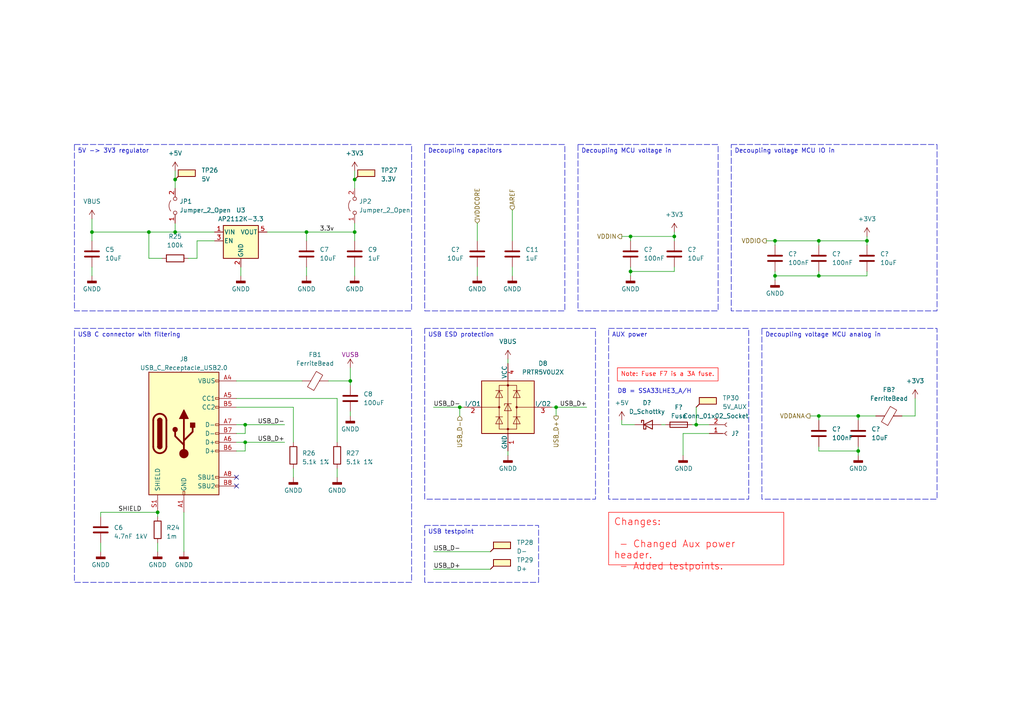
<source format=kicad_sch>
(kicad_sch (version 20230121) (generator eeschema)
  (paper "A4")
  (title_block (title "Led driver board BabySim") (date "9-12-2023") (rev "V3.0") (company "Health Concept Lab") (comment 1 "Author(s): Emiel Visser & Joris Bol"))
  (lib_symbols
    (symbol "Connector:Conn_01x02_Socket" (pin_names (offset 1.016) hide)
      (property "Reference" "J" (at 0 2.54 0))
      (property "Value" "Conn_01x02_Socket" (at 0 -5.08 0))
      (symbol "Conn_01x02_Socket_1_1"
        (arc (start 0 -2.032) (mid -0.5058 -2.54) (end 0 -3.048) (stroke (width 0.1524)))
        (polyline (pts (xy -1.27 -2.54) (xy -0.508 -2.54)) (stroke (width 0.1524)))
        (polyline (pts (xy -1.27 0) (xy -0.508 0)) (stroke (width 0.1524)))
        (arc (start 0 0.508) (mid -0.5058 0) (end 0 -0.508) (stroke (width 0.1524)))
        (pin passive line (at -5.08 0 0) (length 3.81) (name "Pin_1") (number "1"))
        (pin passive line (at -5.08 -2.54 0) (length 3.81) (name "Pin_2") (number "2"))
      )
    )
    (symbol "Connector:TestPoint_Flag" (pin_numbers hide) (pin_names (offset 0.762) hide)
      (property "Reference" "TP" (at 3.429 1.778 0))
      (property "Value" "TestPoint_Flag" (at 3.302 4.191 0))
      (symbol "TestPoint_Flag_0_1"
        (polyline (pts (xy 0 0) (xy 0.889 0.889)) (stroke (width 0.254)))
        (rectangle (start 0.889 2.794) (end 5.842 0.889) (stroke (width 0.254)) (fill (type background)))
      )
      (symbol "TestPoint_Flag_1_1"
        (pin passive line (at 0 0 90) (length 0) (name "1") (number "1"))
      )
    )
    (symbol "Connector:USB_C_Receptacle_USB2.0" (pin_names (offset 1.016))
      (property "Reference" "J" (at -10.16 19.05 0))
      (property "Value" "USB_C_Receptacle_USB2.0" (at 19.05 19.05 0))
      (symbol "USB_C_Receptacle_USB2.0_0_0"
        (rectangle (start -0.254 -17.78) (end 0.254 -16.764))
        (rectangle (start 10.16 -14.986) (end 9.144 -15.494))
        (rectangle (start 10.16 -12.446) (end 9.144 -12.954))
        (rectangle (start 10.16 -4.826) (end 9.144 -5.334))
        (rectangle (start 10.16 -2.286) (end 9.144 -2.794))
        (rectangle (start 10.16 0.254) (end 9.144 -0.254))
        (rectangle (start 10.16 2.794) (end 9.144 2.286))
        (rectangle (start 10.16 7.874) (end 9.144 7.366))
        (rectangle (start 10.16 10.414) (end 9.144 9.906))
        (rectangle (start 10.16 15.494) (end 9.144 14.986))
      )
      (symbol "USB_C_Receptacle_USB2.0_0_1"
        (rectangle (start -10.16 17.78) (end 10.16 -17.78) (stroke (width 0.254)) (fill (type background)))
        (arc (start -8.89 -3.81) (mid -6.985 -5.7067) (end -5.08 -3.81) (stroke (width 0.508)))
        (arc (start -7.62 -3.81) (mid -6.985 -4.4423) (end -6.35 -3.81) (stroke (width 0.254)))
        (arc (start -7.62 -3.81) (mid -6.985 -4.4423) (end -6.35 -3.81) (stroke (width 0.254)) (fill (type outline)))
        (rectangle (start -7.62 -3.81) (end -6.35 3.81) (stroke (width 0.254)) (fill (type outline)))
        (arc (start -6.35 3.81) (mid -6.985 4.4423) (end -7.62 3.81) (stroke (width 0.254)))
        (arc (start -6.35 3.81) (mid -6.985 4.4423) (end -7.62 3.81) (stroke (width 0.254)) (fill (type outline)))
        (arc (start -5.08 3.81) (mid -6.985 5.7067) (end -8.89 3.81) (stroke (width 0.508)))
        (circle (center -2.54 1.143) (radius 0.635) (stroke (width 0.254)) (fill (type outline)))
        (circle (center 0 -5.842) (radius 1.27) (fill (type outline)))
        (polyline (pts (xy -8.89 -3.81) (xy -8.89 3.81)) (stroke (width 0.508)))
        (polyline (pts (xy -5.08 3.81) (xy -5.08 -3.81)) (stroke (width 0.508)))
        (polyline (pts (xy 0 -5.842) (xy 0 4.318)) (stroke (width 0.508)))
        (polyline (pts (xy 0 -3.302) (xy -2.54 -0.762) (xy -2.54 0.508)) (stroke (width 0.508)))
        (polyline (pts (xy 0 -2.032) (xy 2.54 0.508) (xy 2.54 1.778)) (stroke (width 0.508)))
        (polyline (pts (xy -1.27 4.318) (xy 0 6.858) (xy 1.27 4.318) (xy -1.27 4.318)) (stroke (width 0.254)) (fill (type outline)))
        (rectangle (start 1.905 1.778) (end 3.175 3.048) (stroke (width 0.254)) (fill (type outline)))
      )
      (symbol "USB_C_Receptacle_USB2.0_1_1"
        (pin passive line (at 0 -22.86 90) (length 5.08) (name "GND") (number "A1"))
        (pin passive line (at 0 -22.86 90) (length 5.08) hide (name "GND") (number "A12"))
        (pin passive line (at 15.24 15.24 180) (length 5.08) (name "VBUS") (number "A4"))
        (pin bidirectional line (at 15.24 10.16 180) (length 5.08) (name "CC1") (number "A5"))
        (pin bidirectional line (at 15.24 -2.54 180) (length 5.08) (name "D+") (number "A6"))
        (pin bidirectional line (at 15.24 2.54 180) (length 5.08) (name "D-") (number "A7"))
        (pin bidirectional line (at 15.24 -12.7 180) (length 5.08) (name "SBU1") (number "A8"))
        (pin passive line (at 15.24 15.24 180) (length 5.08) hide (name "VBUS") (number "A9"))
        (pin passive line (at 0 -22.86 90) (length 5.08) hide (name "GND") (number "B1"))
        (pin passive line (at 0 -22.86 90) (length 5.08) hide (name "GND") (number "B12"))
        (pin passive line (at 15.24 15.24 180) (length 5.08) hide (name "VBUS") (number "B4"))
        (pin bidirectional line (at 15.24 7.62 180) (length 5.08) (name "CC2") (number "B5"))
        (pin bidirectional line (at 15.24 -5.08 180) (length 5.08) (name "D+") (number "B6"))
        (pin bidirectional line (at 15.24 0 180) (length 5.08) (name "D-") (number "B7"))
        (pin bidirectional line (at 15.24 -15.24 180) (length 5.08) (name "SBU2") (number "B8"))
        (pin passive line (at 15.24 15.24 180) (length 5.08) hide (name "VBUS") (number "B9"))
        (pin passive line (at -7.62 -22.86 90) (length 5.08) (name "SHIELD") (number "S1"))
      )
    )
    (symbol "Device:C" (pin_numbers hide) (pin_names (offset 0.254))
      (property "Reference" "C" (at 0.635 2.54 0))
      (property "Value" "C" (at 0.635 -2.54 0))
      (symbol "C_0_1"
        (polyline (pts (xy -2.032 -0.762) (xy 2.032 -0.762)) (stroke (width 0.508)))
        (polyline (pts (xy -2.032 0.762) (xy 2.032 0.762)) (stroke (width 0.508)))
      )
      (symbol "C_1_1"
        (pin passive line (at 0 3.81 270) (length 2.794) (name "~") (number "1"))
        (pin passive line (at 0 -3.81 90) (length 2.794) (name "~") (number "2"))
      )
    )
    (symbol "Device:D_Schottky" (pin_numbers hide) (pin_names (offset 1.016) hide)
      (property "Reference" "D" (at 0 2.54 0))
      (property "Value" "D_Schottky" (at 0 -2.54 0))
      (symbol "D_Schottky_0_1"
        (polyline (pts (xy 1.27 0) (xy -1.27 0)))
        (polyline (pts (xy 1.27 1.27) (xy 1.27 -1.27) (xy -1.27 0) (xy 1.27 1.27)) (stroke (width 0.254)))
        (polyline (pts (xy -1.905 0.635) (xy -1.905 1.27) (xy -1.27 1.27) (xy -1.27 -1.27) (xy -0.635 -1.27) (xy -0.635 -0.635)) (stroke (width 0.254)))
      )
      (symbol "D_Schottky_1_1"
        (pin passive line (at -3.81 0 0) (length 2.54) (name "K") (number "1"))
        (pin passive line (at 3.81 0 180) (length 2.54) (name "A") (number "2"))
      )
    )
    (symbol "Device:FerriteBead" (pin_numbers hide) (pin_names (offset 0))
      (property "Reference" "FB" (at -3.81 0.635 90))
      (property "Value" "FerriteBead" (at 3.81 0 90))
      (symbol "FerriteBead_0_1"
        (polyline (pts (xy 0 -1.27) (xy 0 -1.2192)))
        (polyline (pts (xy 0 1.27) (xy 0 1.2954)))
        (polyline (pts (xy -2.7686 0.4064) (xy -1.7018 2.2606) (xy 2.7686 -0.3048) (xy 1.6764 -2.159) (xy -2.7686 0.4064)))
      )
      (symbol "FerriteBead_1_1"
        (pin passive line (at 0 3.81 270) (length 2.54) (name "~") (number "1"))
        (pin passive line (at 0 -3.81 90) (length 2.54) (name "~") (number "2"))
      )
    )
    (symbol "Device:Fuse" (pin_numbers hide) (pin_names (offset 0))
      (property "Reference" "F" (at 2.032 0 90))
      (property "Value" "Fuse" (at -1.905 0 90))
      (symbol "Fuse_0_1"
        (rectangle (start -0.762 -2.54) (end 0.762 2.54) (stroke (width 0.254)))
        (polyline (pts (xy 0 2.54) (xy 0 -2.54)))
      )
      (symbol "Fuse_1_1"
        (pin passive line (at 0 3.81 270) (length 1.27) (name "~") (number "1"))
        (pin passive line (at 0 -3.81 90) (length 1.27) (name "~") (number "2"))
      )
    )
    (symbol "Device:R" (pin_numbers hide) (pin_names (offset 0))
      (property "Reference" "R" (at 2.032 0 90))
      (property "Value" "R" (at 0 0 90))
      (symbol "R_0_1"
        (rectangle (start -1.016 -2.54) (end 1.016 2.54) (stroke (width 0.254)))
      )
      (symbol "R_1_1"
        (pin passive line (at 0 3.81 270) (length 1.27) (name "~") (number "1"))
        (pin passive line (at 0 -3.81 90) (length 1.27) (name "~") (number "2"))
      )
    )
    (symbol "Jumper:Jumper_2_Open" (pin_names (offset 0) hide)
      (property "Reference" "JP" (at 0 2.794 0))
      (property "Value" "Jumper_2_Open" (at 0 -2.286 0))
      (symbol "Jumper_2_Open_0_0"
        (circle (center -2.032 0) (radius 0.508))
        (circle (center 2.032 0) (radius 0.508))
      )
      (symbol "Jumper_2_Open_0_1"
        (arc (start 1.524 1.27) (mid 0 1.778) (end -1.524 1.27))
      )
      (symbol "Jumper_2_Open_1_1"
        (pin passive line (at -5.08 0 0) (length 2.54) (name "A") (number "1"))
        (pin passive line (at 5.08 0 180) (length 2.54) (name "B") (number "2"))
      )
    )
    (symbol "Power_Protection:PRTR5V0U2X" (pin_names (offset 0))
      (property "Reference" "D" (at 2.794 8.636 0))
      (property "Value" "PRTR5V0U2X" (at 8.128 -9.398 0))
      (symbol "PRTR5V0U2X_0_1"
        (rectangle (start -7.62 -7.62) (end 7.62 7.62) (stroke (width 0.254)) (fill (type background)))
        (circle (center -2.54 0) (radius 0.254) (fill (type outline)))
        (rectangle (start -2.54 6.35) (end 2.54 -6.35))
        (circle (center 0 -6.35) (radius 0.254) (fill (type outline)))
        (polyline (pts (xy -2.54 0) (xy -7.62 0)))
        (polyline (pts (xy -1.524 -2.794) (xy -3.556 -2.794)))
        (polyline (pts (xy -1.524 4.826) (xy -3.556 4.826)))
        (polyline (pts (xy 0 -7.62) (xy 0 7.62)))
        (polyline (pts (xy 1.524 -2.794) (xy 3.556 -2.794)))
        (polyline (pts (xy 1.524 4.826) (xy 3.556 4.826)))
        (polyline (pts (xy 2.54 0) (xy 7.62 0)))
        (polyline (pts (xy 1.016 1.016) (xy -1.016 1.016) (xy -1.016 0.508)))
        (polyline (pts (xy -3.556 -4.826) (xy -1.524 -4.826) (xy -2.54 -2.794) (xy -3.556 -4.826)))
        (polyline (pts (xy -3.556 2.794) (xy -1.524 2.794) (xy -2.54 4.826) (xy -3.556 2.794)))
        (polyline (pts (xy -1.016 -1.016) (xy 1.016 -1.016) (xy 0 1.016) (xy -1.016 -1.016)))
        (polyline (pts (xy 3.556 -4.826) (xy 1.524 -4.826) (xy 2.54 -2.794) (xy 3.556 -4.826)))
        (polyline (pts (xy 3.556 2.794) (xy 1.524 2.794) (xy 2.54 4.826) (xy 3.556 2.794)))
        (circle (center 0 6.35) (radius 0.254) (fill (type outline)))
        (circle (center 2.54 0) (radius 0.254) (fill (type outline)))
      )
      (symbol "PRTR5V0U2X_1_1"
        (pin passive line (at 0 -12.7 90) (length 5.08) (name "GND") (number "1"))
        (pin passive line (at -12.7 0 0) (length 5.08) (name "I/O1") (number "2"))
        (pin passive line (at 12.7 0 180) (length 5.08) (name "I/O2") (number "3"))
        (pin passive line (at 0 12.7 270) (length 5.08) (name "VCC") (number "4"))
      )
    )
    (symbol "Regulator_Linear:AP2112K-3.3" (pin_names (offset 0.254))
      (property "Reference" "U" (at -5.08 5.715 0))
      (property "Value" "AP2112K-3.3" (at 0 5.715 0))
      (symbol "AP2112K-3.3_0_1"
        (rectangle (start -5.08 4.445) (end 5.08 -5.08) (stroke (width 0.254)) (fill (type background)))
      )
      (symbol "AP2112K-3.3_1_1"
        (pin power_in line (at -7.62 2.54 0) (length 2.54) (name "VIN") (number "1"))
        (pin power_in line (at 0 -7.62 90) (length 2.54) (name "GND") (number "2"))
        (pin input line (at -7.62 0 0) (length 2.54) (name "EN") (number "3"))
        (pin no_connect line (at 5.08 0 180) (length 2.54) hide (name "NC") (number "4"))
        (pin power_out line (at 7.62 2.54 180) (length 2.54) (name "VOUT") (number "5"))
      )
    )
    (symbol "power:+3V3" (power) (pin_names (offset 0))
      (property "Value" "+3V3" (at 0 3.556 0))
      (symbol "+3V3_0_1"
        (polyline (pts (xy -0.762 1.27) (xy 0 2.54)))
        (polyline (pts (xy 0 0) (xy 0 2.54)))
        (polyline (pts (xy 0 2.54) (xy 0.762 1.27)))
      )
      (symbol "+3V3_1_1"
        (pin power_in line (at 0 0 90) (length 0) hide (name "+3V3") (number "1"))
      )
    )
    (symbol "power:+5V" (power) (pin_names (offset 0))
      (property "Value" "+5V" (at 0 3.556 0))
      (symbol "+5V_0_1"
        (polyline (pts (xy -0.762 1.27) (xy 0 2.54)))
        (polyline (pts (xy 0 0) (xy 0 2.54)))
        (polyline (pts (xy 0 2.54) (xy 0.762 1.27)))
      )
      (symbol "+5V_1_1"
        (pin power_in line (at 0 0 90) (length 0) hide (name "+5V") (number "1"))
      )
    )
    (symbol "power:GNDD" (power) (pin_names (offset 0))
      (property "Value" "GNDD" (at 0 -3.175 0))
      (symbol "GNDD_0_1"
        (rectangle (start -1.27 -1.524) (end 1.27 -2.032) (stroke (width 0.254)) (fill (type outline)))
        (polyline (pts (xy 0 0) (xy 0 -1.524)))
      )
      (symbol "GNDD_1_1"
        (pin power_in line (at 0 0 270) (length 0) hide (name "GNDD") (number "1"))
      )
    )
    (symbol "power:VBUS" (power) (pin_names (offset 0))
      (property "Value" "VBUS" (at 0 3.81 0))
      (symbol "VBUS_0_1"
        (polyline (pts (xy -0.762 1.27) (xy 0 2.54)))
        (polyline (pts (xy 0 0) (xy 0 2.54)))
        (polyline (pts (xy 0 2.54) (xy 0.762 1.27)))
      )
      (symbol "VBUS_1_1"
        (pin power_in line (at 0 0 90) (length 0) hide (name "VBUS") (number "1"))
      )
    )
  )
  (junction (at 248.92 120.65))
  (junction (at 224.79 69.85))
  (junction (at 88.9 67.31))
  (junction (at 251.46 69.85))
  (junction (at 237.49 120.65))
  (junction (at 102.87 52.07))
  (junction (at 50.8 67.31))
  (junction (at 248.92 130.81))
  (junction (at 43.18 67.31))
  (junction (at 133.35 118.11))
  (junction (at 50.8 52.07))
  (junction (at 161.29 118.11))
  (junction (at 237.49 80.01))
  (junction (at 201.93 123.19))
  (junction (at 195.58 68.58))
  (junction (at 45.72 148.59))
  (junction (at 182.88 78.74))
  (junction (at 101.6 110.49))
  (junction (at 182.88 68.58))
  (junction (at 71.12 128.27))
  (junction (at 237.49 69.85))
  (junction (at 102.87 67.31))
  (junction (at 26.67 67.31))
  (junction (at 71.12 123.19))
  (junction (at 224.79 80.01))
  (no_connect (at 68.58 140.97))
  (no_connect (at 68.58 138.43))
  (wire (pts (xy 50.8 49.53) (xy 50.8 52.07)))
  (wire (pts (xy 224.79 81.28) (xy 224.79 80.01)))
  (wire (pts (xy 180.34 121.92) (xy 180.34 123.19)))
  (wire (pts (xy 237.49 121.92) (xy 237.49 120.65)))
  (wire (pts (xy 191.77 123.19) (xy 193.04 123.19)))
  (wire (pts (xy 237.49 69.85) (xy 237.49 71.12)))
  (wire (pts (xy 237.49 78.74) (xy 237.49 80.01)))
  (wire (pts (xy 88.9 67.31) (xy 102.87 67.31)))
  (wire (pts (xy 182.88 78.74) (xy 182.88 80.01)))
  (wire (pts (xy 251.46 68.58) (xy 251.46 69.85)))
  (wire (pts (xy 71.12 128.27) (xy 82.55 128.27)))
  (wire (pts (xy 224.79 78.74) (xy 224.79 80.01)))
  (wire (pts (xy 68.58 123.19) (xy 71.12 123.19)))
  (wire (pts (xy 201.93 123.19) (xy 205.74 123.19)))
  (wire (pts (xy 160.02 118.11) (xy 161.29 118.11)))
  (wire (pts (xy 180.34 123.19) (xy 184.15 123.19)))
  (wire (pts (xy 53.34 148.59) (xy 53.34 160.02)))
  (wire (pts (xy 224.79 69.85) (xy 222.25 69.85)))
  (wire (pts (xy 147.32 104.14) (xy 147.32 105.41)))
  (wire (pts (xy 102.87 49.53) (xy 102.87 52.07)))
  (wire (pts (xy 237.49 69.85) (xy 251.46 69.85)))
  (wire (pts (xy 101.6 110.49) (xy 101.6 111.76)))
  (wire (pts (xy 248.92 130.81) (xy 248.92 129.54)))
  (wire (pts (xy 29.21 149.86) (xy 29.21 148.59)))
  (wire (pts (xy 50.8 67.31) (xy 62.23 67.31)))
  (wire (pts (xy 101.6 110.49) (xy 95.25 110.49)))
  (wire (pts (xy 87.63 110.49) (xy 68.58 110.49)))
  (wire (pts (xy 224.79 69.85) (xy 224.79 71.12)))
  (wire (pts (xy 125.73 160.02) (xy 142.24 160.02)))
  (wire (pts (xy 26.67 77.47) (xy 26.67 80.01)))
  (wire (pts (xy 195.58 77.47) (xy 195.58 78.74)))
  (wire (pts (xy 161.29 118.11) (xy 170.18 118.11)))
  (wire (pts (xy 237.49 80.01) (xy 224.79 80.01)))
  (wire (pts (xy 251.46 71.12) (xy 251.46 69.85)))
  (wire (pts (xy 57.15 74.93) (xy 54.61 74.93)))
  (wire (pts (xy 57.15 69.85) (xy 57.15 74.93)))
  (wire (pts (xy 71.12 130.81) (xy 71.12 128.27)))
  (wire (pts (xy 29.21 157.48) (xy 29.21 160.02)))
  (wire (pts (xy 248.92 120.65) (xy 248.92 121.92)))
  (wire (pts (xy 102.87 77.47) (xy 102.87 80.01)))
  (wire (pts (xy 69.85 77.47) (xy 69.85 80.01)))
  (wire (pts (xy 68.58 115.57) (xy 97.79 115.57)))
  (wire (pts (xy 195.58 78.74) (xy 182.88 78.74)))
  (wire (pts (xy 85.09 118.11) (xy 68.58 118.11)))
  (wire (pts (xy 195.58 68.58) (xy 182.88 68.58)))
  (wire (pts (xy 97.79 135.89) (xy 97.79 138.43)))
  (wire (pts (xy 125.73 118.11) (xy 133.35 118.11)))
  (wire (pts (xy 200.66 123.19) (xy 201.93 123.19)))
  (wire (pts (xy 224.79 69.85) (xy 237.49 69.85)))
  (wire (pts (xy 102.87 67.31) (xy 102.87 69.85)))
  (wire (pts (xy 248.92 132.08) (xy 248.92 130.81)))
  (wire (pts (xy 62.23 69.85) (xy 57.15 69.85)))
  (wire (pts (xy 88.9 77.47) (xy 88.9 80.01)))
  (wire (pts (xy 97.79 115.57) (xy 97.79 128.27)))
  (wire (pts (xy 50.8 64.77) (xy 50.8 67.31)))
  (wire (pts (xy 45.72 148.59) (xy 45.72 149.86)))
  (wire (pts (xy 251.46 78.74) (xy 251.46 80.01)))
  (wire (pts (xy 43.18 74.93) (xy 43.18 67.31)))
  (wire (pts (xy 195.58 69.85) (xy 195.58 68.58)))
  (wire (pts (xy 85.09 128.27) (xy 85.09 118.11)))
  (wire (pts (xy 77.47 67.31) (xy 88.9 67.31)))
  (wire (pts (xy 29.21 148.59) (xy 45.72 148.59)))
  (wire (pts (xy 148.59 60.96) (xy 148.59 69.85)))
  (wire (pts (xy 201.93 118.11) (xy 201.93 123.19)))
  (wire (pts (xy 125.73 165.1) (xy 142.24 165.1)))
  (wire (pts (xy 26.67 63.5) (xy 26.67 67.31)))
  (wire (pts (xy 133.35 118.11) (xy 134.62 118.11)))
  (wire (pts (xy 237.49 129.54) (xy 237.49 130.81)))
  (wire (pts (xy 234.95 120.65) (xy 237.49 120.65)))
  (wire (pts (xy 68.58 130.81) (xy 71.12 130.81)))
  (wire (pts (xy 148.59 77.47) (xy 148.59 80.01)))
  (wire (pts (xy 195.58 67.31) (xy 195.58 68.58)))
  (wire (pts (xy 205.74 125.73) (xy 198.12 125.73)))
  (wire (pts (xy 68.58 125.73) (xy 71.12 125.73)))
  (wire (pts (xy 101.6 106.68) (xy 101.6 110.49)))
  (wire (pts (xy 26.67 67.31) (xy 43.18 67.31)))
  (wire (pts (xy 45.72 157.48) (xy 45.72 160.02)))
  (wire (pts (xy 147.32 130.81) (xy 147.32 132.08)))
  (wire (pts (xy 43.18 74.93) (xy 46.99 74.93)))
  (wire (pts (xy 182.88 77.47) (xy 182.88 78.74)))
  (wire (pts (xy 265.43 120.65) (xy 265.43 115.57)))
  (wire (pts (xy 102.87 52.07) (xy 102.87 54.61)))
  (wire (pts (xy 85.09 135.89) (xy 85.09 138.43)))
  (wire (pts (xy 71.12 125.73) (xy 71.12 123.19)))
  (wire (pts (xy 261.62 120.65) (xy 265.43 120.65)))
  (wire (pts (xy 26.67 69.85) (xy 26.67 67.31)))
  (wire (pts (xy 138.43 77.47) (xy 138.43 80.01)))
  (wire (pts (xy 101.6 119.38) (xy 101.6 120.65)))
  (wire (pts (xy 182.88 68.58) (xy 182.88 69.85)))
  (wire (pts (xy 237.49 130.81) (xy 248.92 130.81)))
  (wire (pts (xy 237.49 120.65) (xy 248.92 120.65)))
  (wire (pts (xy 68.58 128.27) (xy 71.12 128.27)))
  (wire (pts (xy 102.87 64.77) (xy 102.87 67.31)))
  (wire (pts (xy 133.35 118.11) (xy 133.35 120.65)))
  (wire (pts (xy 138.43 64.77) (xy 138.43 69.85)))
  (wire (pts (xy 43.18 67.31) (xy 50.8 67.31)))
  (wire (pts (xy 50.8 52.07) (xy 50.8 54.61)))
  (wire (pts (xy 237.49 80.01) (xy 251.46 80.01)))
  (wire (pts (xy 180.34 68.58) (xy 182.88 68.58)))
  (wire (pts (xy 254 120.65) (xy 248.92 120.65)))
  (wire (pts (xy 198.12 125.73) (xy 198.12 132.08)))
  (wire (pts (xy 71.12 123.19) (xy 82.55 123.19)))
  (wire (pts (xy 161.29 118.11) (xy 161.29 120.65)))
  (wire (pts (xy 88.9 69.85) (xy 88.9 67.31)))
  (text_box "USB testpoint" (at 123.19 152.4 0) (size 33.02 16.51) (stroke (width 0) (type dash)) (effects (font (size 1.27 1.27)) (justify left top)))
  (text_box "AUX power" (at 176.53 95.25 0) (size 40.64 49.53) (stroke (width 0) (type dash)) (effects (font (size 1.27 1.27)) (justify left top)))
  (text_box "Decoupling voltage MCU analog in" (at 220.98 95.25 0) (size 50.8 49.53) (stroke (width 0) (type dash)) (effects (font (size 1.27 1.27)) (justify left top)))
  (text_box "5V -> 3V3 regulator" (at 21.59 41.91 0) (size 97.79 48.26) (stroke (width 0) (type dash)) (effects (font (size 1.27 1.27)) (justify left top)))
  (text_box "Decoupling MCU voltage in" (at 167.64 41.91 0) (size 40.64 48.26) (stroke (width 0) (type dash)) (effects (font (size 1.27 1.27)) (justify left top)))
  (text_box "USB ESD protection" (at 123.19 95.25 0) (size 49.53 49.53) (stroke (width 0) (type dash)) (effects (font (size 1.27 1.27)) (justify left top)))
  (text_box "Note: Fuse F7 is a 3A fuse." (at 179.07 106.68 0) (size 29.21 3.81) (stroke (width 0) (color 255 0 0 1)) (effects (font (size 1.27 1.27)) (justify left top)))
  (text_box "Decoupling capacitors" (at 123.19 41.91 0) (size 40.64 48.26) (stroke (width 0) (type dash)) (effects (font (size 1.27 1.27)) (justify left top)))
  (text_box "Changes: \n\n - Changed Aux power header.\n - Added testpoints." (at 176.53 148.59 0) (size 50.8 15.24) (stroke (width 0) (color 255 0 0 1)) (effects (font (size 2 2)) (justify left top)))
  (text_box "USB C connector with filtering" (at 21.59 95.25 0) (size 97.79 73.66) (stroke (width 0) (type dash)) (effects (font (size 1.27 1.27)) (justify left top)))
  (text_box "Decoupling voltage MCU IO in" (at 212.09 41.91 0) (size 59.69 48.26) (stroke (width 0) (type dash)) (effects (font (size 1.27 1.27)) (justify left top)))
  (text "D8 = SSA33LHE3_A/H \n" (at 179.07 114.3 0) (effects (font (size 1.27 1.27)) (justify left bottom)))
  (label "USB_D+" (at 170.18 118.11 180))
  (label "USB_D+" (at 125.73 165.1 0))
  (label "USB_D-" (at 125.73 118.11 0))
  (label "3.3v" (at 92.71 67.31 0))
  (label "USB_D-" (at 82.55 123.19 180))
  (label "USB_D+" (at 82.55 128.27 180))
  (label "USB_D-" (at 125.73 160.02 0))
  (label "SHIELD" (at 34.29 148.59 0))
  (hierarchical_label "VDDANA" (shape output) (at 234.95 120.65 180))
  (hierarchical_label "AREF" (shape input) (at 148.59 60.96 90))
  (hierarchical_label "USB_D+" (shape output) (at 161.29 120.65 270))
  (hierarchical_label "VDDIO" (shape output) (at 222.25 69.85 180))
  (hierarchical_label "USB_D-" (shape input) (at 133.35 120.65 270))
  (hierarchical_label "VDDCORE" (shape input) (at 138.43 64.77 90))
  (hierarchical_label "VDDIN" (shape output) (at 180.34 68.58 180))
  (symbol (lib_id "Jumper:Jumper_2_Open") (at 50.8 59.69 90) (unit 1)
    (property "Reference" "JP1" (at 52.07 58.42 90) (effects (justify right)))
    (property "Value" "Jumper_2_Open" (at 52.07 60.96 90) (effects (justify right)))
    (property "Footprint" "Jumper:SolderJumper-2_P1.3mm_Open_RoundedPad1.0x1.5mm" (effects hide))
  )
  (symbol (lib_id "Device:C") (at 237.49 125.73 0) (unit 1)
    (property "Reference" "C?" (at 241.3 124.46 0) (effects (justify left)))
    (property "Value" "100nF" (at 241.3 127 0) (effects (justify left)))
    (property "Footprint" "Capacitor_SMD:C_0603_1608Metric_Pad1.08x0.95mm_HandSolder" (effects hide))
    (instances (project "LedDriverBoard_V3" (path "" (reference "C?") (unit 1)) (path "" (reference "C16") (unit 1))))
  )
  (symbol (lib_id "Device:C") (at 251.46 74.93 0) (unit 1)
    (property "Reference" "C?" (at 255.27 73.66 0) (effects (justify left)))
    (property "Value" "10uF" (at 255.27 76.2 0) (effects (justify left)))
    (property "Footprint" "Capacitor_SMD:C_0603_1608Metric_Pad1.08x0.95mm_HandSolder" (effects hide))
    (instances (project "LedDriverBoard_V3" (path "" (reference "C?") (unit 1)) (path "" (reference "C18") (unit 1))))
  )
  (symbol (lib_id "Power_Protection:PRTR5V0U2X") (at 147.32 118.11 0) (unit 1)
    (property "Reference" "D8" (at 157.48 105.41 0))
    (property "Value" "PRTR5V0U2X" (at 157.48 107.95 0))
    (property "Footprint" "Package_TO_SOT_SMD:SOT-143" (effects hide))
    (property "Datasheet" "https://assets.nexperia.com/documents/data-sheet/PRTR5V0U2X.pdf" (effects hide))
    (instances (project "LedDriverBoard_V3" (path "" (reference "D8") (unit 1))) (project "Useless box - Limosaeufer" (path "" (reference "D?") (unit 1))))
  )
  (symbol (lib_id "Regulator_Linear:AP2112K-3.3") (at 69.85 69.85 0) (unit 1)
    (property "Reference" "U3" (at 69.85 60.96 0))
    (property "Value" "AP2112K-3.3" (at 69.85 63.5 0))
    (property "Footprint" "Package_TO_SOT_SMD:SOT-23-5" (effects hide))
    (property "Datasheet" "https://www.diodes.com/assets/Datasheets/AP2112.pdf" (effects hide))
  )
  (symbol (lib_id "Device:C") (at 195.58 73.66 0) (unit 1)
    (property "Reference" "C?" (at 199.39 72.39 0) (effects (justify left)))
    (property "Value" "10uF" (at 199.39 74.93 0) (effects (justify left)))
    (property "Footprint" "Capacitor_SMD:C_0603_1608Metric_Pad1.08x0.95mm_HandSolder" (effects hide))
    (instances (project "LedDriverBoard_V3" (path "" (reference "C?") (unit 1)) (path "" (reference "C13") (unit 1))))
  )
  (symbol (lib_id "power:GNDD") (at 224.79 81.28 0) (unit 1)
    (property "Reference" "#PWR?" (effects hide))
    (property "Value" "GNDD" (at 224.79 85.09 0))
    (instances (project "LedDriverBoard_V3" (path "" (reference "#PWR?") (unit 1)) (path "" (reference "#PWR067") (unit 1))))
  )
  (symbol (lib_id "power:GNDD") (at 69.85 80.01 0) (unit 1)
    (property "Reference" "#PWR051" (effects hide))
    (property "Value" "GNDD" (at 69.85 83.82 0))
  )
  (symbol (lib_id "power:VBUS") (at 101.6 106.68 0) (unit 1)
    (property "Reference" "#PWR055" (effects hide))
    (property "Value" "VBUS" (effects hide))
    (property "refVal" "VUSB" (at 101.6 102.87 0))
    (instances (project "LedDriverBoard_V3" (path "" (reference "#PWR055") (unit 1))) (project "Useless box - Limosaeufer" (path "" (reference "#PWR028") (unit 1))))
  )
  (symbol (lib_id "power:GNDD") (at 101.6 120.65 0) (unit 1)
    (property "Reference" "#PWR056" (effects hide))
    (property "Value" "GNDD" (at 101.6 124.46 0))
  )
  (symbol (lib_id "Device:R") (at 85.09 132.08 0) (unit 1)
    (property "Reference" "R26" (at 87.63 131.445 0) (effects (justify left)))
    (property "Value" "5.1k 1%" (at 87.63 133.985 0) (effects (justify left)))
    (property "Footprint" "Resistor_SMD:R_0603_1608Metric_Pad0.98x0.95mm_HandSolder" (effects hide))
    (instances (project "LedDriverBoard_V3" (path "" (reference "R26") (unit 1))) (project "Useless box - Limosaeufer" (path "" (reference "R8") (unit 1))))
  )
  (symbol (lib_id "Connector:TestPoint_Flag") (at 142.24 165.1 0) (unit 1)
    (property "Reference" "TP29" (at 149.86 162.433 0) (effects (justify left)))
    (property "Value" "D+" (at 149.86 164.973 0) (effects (justify left)))
    (property "Footprint" "TestPoint:TestPoint_Pad_D1.5mm" (effects hide))
  )
  (symbol (lib_id "power:GNDD") (at 45.72 160.02 0) (unit 1)
    (property "Reference" "#PWR048" (effects hide))
    (property "Value" "GNDD" (at 45.72 163.83 0))
  )
  (symbol (lib_id "power:GNDD") (at 147.32 132.08 0) (unit 1)
    (property "Reference" "#PWR061" (effects hide))
    (property "Value" "GNDD" (at 147.32 135.89 0))
  )
  (symbol (lib_id "power:VBUS") (at 26.67 63.5 0) (unit 1)
    (property "Reference" "#PWR045" (effects hide))
    (property "Value" "VBUS" (at 26.67 58.42 0))
  )
  (symbol (lib_id "Device:Fuse") (at 196.85 123.19 90) (mirror x) (unit 1)
    (property "Reference" "F?" (at 196.85 118.11 90))
    (property "Value" "Fuse" (at 196.85 120.65 90))
    (property "Footprint" "SamacSys_Parts:0031.7701.11" (effects hide))
    (instances (project "LedDriverBoard_V3" (path "" (reference "F?") (unit 1)) (path "" (reference "F7") (unit 1))))
  )
  (symbol (lib_id "Connector:TestPoint_Flag") (at 201.93 118.11 0) (unit 1)
    (property "Reference" "TP30" (at 209.55 115.443 0) (effects (justify left)))
    (property "Value" "5V_AUX" (at 209.55 117.983 0) (effects (justify left)))
    (property "Footprint" "TestPoint:TestPoint_Pad_D1.5mm" (effects hide))
  )
  (symbol (lib_id "Connector:TestPoint_Flag") (at 142.24 160.02 0) (unit 1)
    (property "Reference" "TP28" (at 149.86 157.353 0) (effects (justify left)))
    (property "Value" "D-" (at 149.86 159.893 0) (effects (justify left)))
    (property "Footprint" "TestPoint:TestPoint_Pad_D1.5mm" (effects hide))
  )
  (symbol (lib_id "power:GNDD") (at 138.43 80.01 0) (unit 1)
    (property "Reference" "#PWR?" (effects hide))
    (property "Value" "GNDD" (at 138.43 83.82 0))
    (instances (project "LedDriverBoard_V3" (path "" (reference "#PWR?") (unit 1)) (path "" (reference "#PWR059") (unit 1))))
  )
  (symbol (lib_id "Device:C") (at 148.59 73.66 0) (unit 1)
    (property "Reference" "C11" (at 152.4 72.39 0) (effects (justify left)))
    (property "Value" "1uF" (at 152.4 74.93 0) (effects (justify left)))
    (property "Footprint" "Capacitor_SMD:C_0603_1608Metric_Pad1.08x0.95mm_HandSolder" (effects hide))
  )
  (symbol (lib_id "Device:R") (at 50.8 74.93 90) (unit 1)
    (property "Reference" "R25" (at 50.8 68.58 90))
    (property "Value" "100k" (at 50.8 71.12 90))
    (property "Footprint" "Resistor_SMD:R_0603_1608Metric_Pad0.98x0.95mm_HandSolder" (effects hide))
  )
  (symbol (lib_id "power:GNDD") (at 26.67 80.01 0) (unit 1)
    (property "Reference" "#PWR046" (effects hide))
    (property "Value" "GNDD" (at 26.67 83.82 0))
  )
  (symbol (lib_id "Device:C") (at 88.9 73.66 0) (unit 1)
    (property "Reference" "C7" (at 92.71 72.39 0) (effects (justify left)))
    (property "Value" "10uF" (at 92.71 74.93 0) (effects (justify left)))
    (property "Footprint" "Capacitor_SMD:C_1206_3216Metric_Pad1.33x1.80mm_HandSolder" (effects hide))
  )
  (symbol (lib_id "power:+3V3") (at 195.58 67.31 0) (unit 1)
    (property "Reference" "#PWR?" (effects hide))
    (property "Value" "+3V3" (at 195.58 62.23 0))
    (instances (project "LedDriverBoard_V3" (path "" (reference "#PWR?") (unit 1)) (path "" (reference "#PWR065") (unit 1))))
  )
  (symbol (lib_id "Device:C") (at 237.49 74.93 0) (unit 1)
    (property "Reference" "C?" (at 241.3 73.66 0) (effects (justify left)))
    (property "Value" "100nF" (at 241.3 76.2 0) (effects (justify left)))
    (property "Footprint" "Capacitor_SMD:C_0603_1608Metric_Pad1.08x0.95mm_HandSolder" (effects hide))
    (instances (project "LedDriverBoard_V3" (path "" (reference "C?") (unit 1)) (path "" (reference "C15") (unit 1))))
  )
  (symbol (lib_id "Device:C") (at 29.21 153.67 0) (unit 1)
    (property "Reference" "C6" (at 33.02 153.035 0) (effects (justify left)))
    (property "Value" "4.7nF 1kV" (at 33.02 155.575 0) (effects (justify left)))
    (property "Footprint" "Capacitor_SMD:C_0805_2012Metric_Pad1.18x1.45mm_HandSolder" (effects hide))
    (instances (project "LedDriverBoard_V3" (path "" (reference "C6") (unit 1))) (project "Useless box - Limosaeufer" (path "" (reference "C12") (unit 1))))
  )
  (symbol (lib_id "power:GNDD") (at 198.12 132.08 0) (unit 1)
    (property "Reference" "#PWR?" (effects hide))
    (property "Value" "GNDD" (at 195.58 135.89 0) (effects (justify left)))
    (instances (project "LedDriverBoard_V3" (path "" (reference "#PWR?") (unit 1)) (path "" (reference "#PWR066") (unit 1))))
  )
  (symbol (lib_id "Device:FerriteBead") (at 91.44 110.49 90) (unit 1)
    (property "Reference" "FB1" (at 91.3892 102.87 90))
    (property "Value" "FerriteBead" (at 91.3892 105.41 90))
    (property "Footprint" "Inductor_SMD:L_0805_2012Metric_Pad1.15x1.40mm_HandSolder" (effects hide))
  )
  (symbol (lib_id "power:GNDD") (at 148.59 80.01 0) (unit 1)
    (property "Reference" "#PWR062" (effects hide))
    (property "Value" "GNDD" (at 148.59 83.82 0))
  )
  (symbol (lib_id "Device:FerriteBead") (at 257.81 120.65 270) (unit 1)
    (property "Reference" "FB?" (at 257.8608 113.03 90))
    (property "Value" "FerriteBead" (at 257.8608 115.57 90))
    (property "Footprint" "Inductor_SMD:L_0805_2012Metric_Pad1.15x1.40mm_HandSolder" (effects hide))
    (instances (project "LedDriverBoard_V3" (path "" (reference "FB?") (unit 1)) (path "" (reference "FB2") (unit 1))))
  )
  (symbol (lib_id "power:+5V") (at 180.34 121.92 0) (unit 1)
    (property "Reference" "#PWR?" (effects hide))
    (property "Value" "+5V" (at 180.34 116.84 0))
    (instances (project "LedDriverBoard_V3" (path "" (reference "#PWR?") (unit 1)) (path "" (reference "#PWR063") (unit 1))))
  )
  (symbol (lib_id "power:GNDD") (at 97.79 138.43 0) (unit 1)
    (property "Reference" "#PWR054" (effects hide))
    (property "Value" "GNDD" (at 97.79 142.24 0))
  )
  (symbol (lib_id "power:GNDD") (at 182.88 80.01 0) (unit 1)
    (property "Reference" "#PWR?" (effects hide))
    (property "Value" "GNDD" (at 182.88 83.82 0))
    (instances (project "LedDriverBoard_V3" (path "" (reference "#PWR?") (unit 1)) (path "" (reference "#PWR064") (unit 1))))
  )
  (symbol (lib_id "Jumper:Jumper_2_Open") (at 102.87 59.69 90) (unit 1)
    (property "Reference" "JP2" (at 104.14 58.42 90) (effects (justify right)))
    (property "Value" "Jumper_2_Open" (at 104.14 60.96 90) (effects (justify right)))
    (property "Footprint" "Jumper:SolderJumper-2_P1.3mm_Open_RoundedPad1.0x1.5mm" (effects hide))
  )
  (symbol (lib_id "Device:C") (at 101.6 115.57 0) (unit 1)
    (property "Reference" "C8" (at 105.41 114.3 0) (effects (justify left)))
    (property "Value" "100uF" (at 105.41 116.84 0) (effects (justify left)))
    (property "Footprint" "Capacitor_SMD:C_0805_2012Metric_Pad1.18x1.45mm_HandSolder" (effects hide))
  )
  (symbol (lib_id "power:VBUS") (at 147.32 104.14 0) (unit 1)
    (property "Reference" "#PWR060" (effects hide))
    (property "Value" "VBUS" (at 147.32 99.06 0))
  )
  (symbol (lib_id "power:+5V") (at 50.8 49.53 0) (unit 1)
    (property "Reference" "#PWR049" (effects hide))
    (property "Value" "+5V" (at 50.8 44.45 0))
  )
  (symbol (lib_id "power:GNDD") (at 85.09 138.43 0) (unit 1)
    (property "Reference" "#PWR052" (effects hide))
    (property "Value" "GNDD" (at 85.09 142.24 0))
  )
  (symbol (lib_id "Connector:Conn_01x02_Socket") (at 210.82 125.73 0) (mirror x) (unit 1)
    (property "Reference" "J?" (at 212.09 125.73 0) (effects (justify left)))
    (property "Value" "Conn_01x02_Socket" (at 198.12 120.65 0) (effects (justify left)))
    (property "Footprint" "Connector_JST:JST_XH_B2B-XH-A_1x02_P2.50mm_Vertical" (effects hide))
    (instances (project "LedDriverBoard_V3" (path "" (reference "J?") (unit 1)) (path "" (reference "J9") (unit 1))))
  )
  (symbol (lib_id "Connector:USB_C_Receptacle_USB2.0") (at 53.34 125.73 0) (unit 1)
    (property "Reference" "J8" (at 53.34 104.14 0))
    (property "Value" "USB_C_Receptacle_USB2.0" (at 53.34 106.68 0))
    (property "Footprint" "Connector_USB:USB_C_Receptacle_HRO_TYPE-C-31-M-12" (effects hide))
    (property "Datasheet" "https://www.usb.org/sites/default/files/documents/usb_type-c.zip" (effects hide))
    (instances (project "LedDriverBoard_V3" (path "" (reference "J8") (unit 1))) (project "Useless box - Limosaeufer" (path "" (reference "J6") (unit 1))))
  )
  (symbol (lib_id "power:GNDD") (at 102.87 80.01 0) (unit 1)
    (property "Reference" "#PWR058" (effects hide))
    (property "Value" "GNDD" (at 102.87 83.82 0))
  )
  (symbol (lib_id "power:GNDD") (at 29.21 160.02 0) (unit 1)
    (property "Reference" "#PWR047" (effects hide))
    (property "Value" "GNDD" (at 29.21 163.83 0))
  )
  (symbol (lib_id "power:+3V3") (at 102.87 49.53 0) (unit 1)
    (property "Reference" "#PWR057" (effects hide))
    (property "Value" "+3V3" (at 102.87 44.45 0))
  )
  (symbol (lib_id "Device:C") (at 224.79 74.93 0) (unit 1)
    (property "Reference" "C?" (at 228.6 73.66 0) (effects (justify left)))
    (property "Value" "100nF" (at 228.6 76.2 0) (effects (justify left)))
    (property "Footprint" "Capacitor_SMD:C_0603_1608Metric_Pad1.08x0.95mm_HandSolder" (effects hide))
    (instances (project "LedDriverBoard_V3" (path "" (reference "C?") (unit 1)) (path "" (reference "C14") (unit 1))))
  )
  (symbol (lib_id "Device:D_Schottky") (at 187.96 123.19 0) (unit 1)
    (property "Reference" "D?" (at 187.6425 116.84 0))
    (property "Value" "D_Schottky" (at 187.6425 119.38 0))
    (property "Footprint" "SamacSys_Parts:DIOM5127X229N" (effects hide))
    (instances (project "LedDriverBoard_V3" (path "" (reference "D?") (unit 1)) (path "" (reference "D9") (unit 1))))
  )
  (symbol (lib_id "Connector:TestPoint_Flag") (at 50.8 52.07 0) (unit 1)
    (property "Reference" "TP26" (at 58.42 49.403 0) (effects (justify left)))
    (property "Value" "5V" (at 58.42 51.943 0) (effects (justify left)))
    (property "Footprint" "TestPoint:TestPoint_Pad_D1.5mm" (effects hide))
  )
  (symbol (lib_id "power:+3V3") (at 265.43 115.57 0) (unit 1)
    (property "Reference" "#PWR?" (effects hide))
    (property "Value" "+3V3" (at 265.43 110.49 0))
    (instances (project "LedDriverBoard_V3" (path "" (reference "#PWR?") (unit 1)) (path "" (reference "#PWR070") (unit 1))))
  )
  (symbol (lib_id "Device:C") (at 102.87 73.66 0) (unit 1)
    (property "Reference" "C9" (at 106.68 72.39 0) (effects (justify left)))
    (property "Value" "1uF" (at 106.68 74.93 0) (effects (justify left)))
    (property "Footprint" "Capacitor_SMD:C_1206_3216Metric_Pad1.33x1.80mm_HandSolder" (effects hide))
  )
  (symbol (lib_id "Device:R") (at 97.79 132.08 0) (unit 1)
    (property "Reference" "R27" (at 100.33 131.445 0) (effects (justify left)))
    (property "Value" "5.1k 1%" (at 100.33 133.985 0) (effects (justify left)))
    (property "Footprint" "Resistor_SMD:R_0603_1608Metric_Pad0.98x0.95mm_HandSolder" (effects hide))
    (instances (project "LedDriverBoard_V3" (path "" (reference "R27") (unit 1))) (project "Useless box - Limosaeufer" (path "" (reference "R9") (unit 1))))
  )
  (symbol (lib_id "power:GNDD") (at 248.92 132.08 0) (unit 1)
    (property "Reference" "#PWR?" (effects hide))
    (property "Value" "GNDD" (at 248.92 135.89 0))
    (instances (project "LedDriverBoard_V3" (path "" (reference "#PWR?") (unit 1)) (path "" (reference "#PWR068") (unit 1))))
  )
  (symbol (lib_id "power:+3V3") (at 251.46 68.58 0) (unit 1)
    (property "Reference" "#PWR?" (effects hide))
    (property "Value" "+3V3" (at 251.46 63.5 0))
    (instances (project "LedDriverBoard_V3" (path "" (reference "#PWR?") (unit 1)) (path "" (reference "#PWR069") (unit 1))))
  )
  (symbol (lib_id "power:GNDD") (at 53.34 160.02 0) (unit 1)
    (property "Reference" "#PWR050" (effects hide))
    (property "Value" "GNDD" (at 53.34 163.83 0))
  )
  (symbol (lib_id "Device:C") (at 182.88 73.66 0) (unit 1)
    (property "Reference" "C?" (at 186.69 72.39 0) (effects (justify left)))
    (property "Value" "100nF" (at 186.69 74.93 0) (effects (justify left)))
    (property "Footprint" "Capacitor_SMD:C_0603_1608Metric_Pad1.08x0.95mm_HandSolder" (effects hide))
    (instances (project "LedDriverBoard_V3" (path "" (reference "C?") (unit 1)) (path "" (reference "C12") (unit 1))))
  )
  (symbol (lib_id "Device:C") (at 138.43 73.66 180) (unit 1)
    (property "Reference" "C?" (at 132.08 72.39 0))
    (property "Value" "10uF" (at 132.08 74.93 0))
    (property "Footprint" "Capacitor_SMD:C_0603_1608Metric_Pad1.08x0.95mm_HandSolder" (effects hide))
    (instances (project "LedDriverBoard_V3" (path "" (reference "C?") (unit 1)) (path "" (reference "C10") (unit 1))))
  )
  (symbol (lib_id "Connector:TestPoint_Flag") (at 102.87 52.07 0) (unit 1)
    (property "Reference" "TP27" (at 110.49 49.403 0) (effects (justify left)))
    (property "Value" "3.3V" (at 110.49 51.943 0) (effects (justify left)))
    (property "Footprint" "TestPoint:TestPoint_Pad_D1.5mm" (effects hide))
  )
  (symbol (lib_id "Device:C") (at 248.92 125.73 0) (unit 1)
    (property "Reference" "C?" (at 252.73 124.46 0) (effects (justify left)))
    (property "Value" "10uF" (at 252.73 127 0) (effects (justify left)))
    (property "Footprint" "Capacitor_SMD:C_0603_1608Metric_Pad1.08x0.95mm_HandSolder" (effects hide))
    (instances (project "LedDriverBoard_V3" (path "" (reference "C?") (unit 1)) (path "" (reference "C17") (unit 1))))
  )
  (symbol (lib_id "Device:C") (at 26.67 73.66 0) (unit 1)
    (property "Reference" "C5" (at 30.48 72.39 0) (effects (justify left)))
    (property "Value" "10uF" (at 30.48 74.93 0) (effects (justify left)))
    (property "Footprint" "Capacitor_SMD:C_1206_3216Metric_Pad1.33x1.80mm_HandSolder" (effects hide))
  )
  (symbol (lib_id "power:GNDD") (at 88.9 80.01 0) (unit 1)
    (property "Reference" "#PWR053" (effects hide))
    (property "Value" "GNDD" (at 88.9 83.82 0))
  )
  (symbol (lib_id "Device:R") (at 45.72 153.67 0) (unit 1)
    (property "Reference" "R24" (at 48.26 153.035 0) (effects (justify left)))
    (property "Value" "1m" (at 48.26 155.575 0) (effects (justify left)))
    (property "Footprint" "Resistor_SMD:R_0603_1608Metric_Pad0.98x0.95mm_HandSolder" (effects hide))
    (instances (project "LedDriverBoard_V3" (path "" (reference "R24") (unit 1))) (project "Useless box - Limosaeufer" (path "" (reference "R7") (unit 1))))
  )
)
</source>
